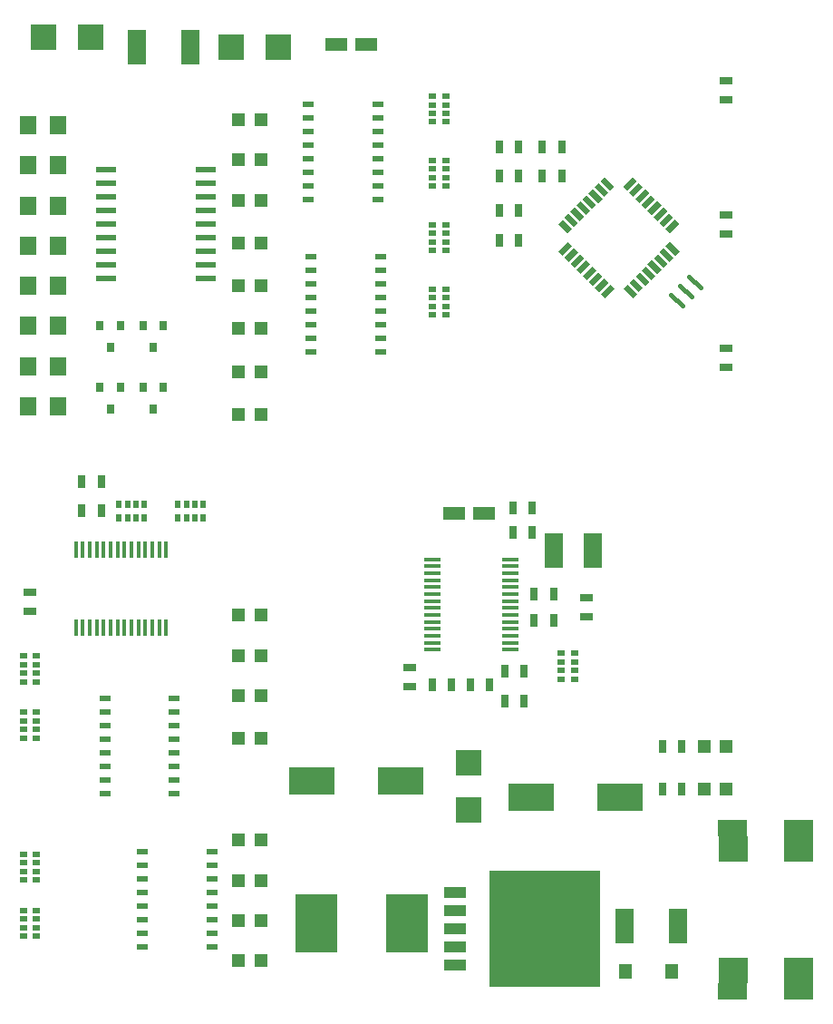
<source format=gbr>
G04 EAGLE Gerber RS-274X export*
G75*
%MOMM*%
%FSLAX34Y34*%
%LPD*%
%INSolderpaste Top*%
%IPPOS*%
%AMOC8*
5,1,8,0,0,1.08239X$1,22.5*%
G01*
%ADD10R,1.200000X1.200000*%
%ADD11R,1.270000X1.470000*%
%ADD12R,0.800000X1.200000*%
%ADD13R,1.780000X3.200000*%
%ADD14R,2.800000X2.400000*%
%ADD15R,2.799081X1.485900*%
%ADD16R,1.200000X0.800000*%
%ADD17R,1.500000X0.400000*%
%ADD18R,1.700000X3.300000*%
%ADD19R,2.000000X1.200000*%
%ADD20R,1.270000X0.558800*%
%ADD21R,0.558800X1.270000*%
%ADD22C,0.450000*%
%ADD23R,4.300000X2.500000*%
%ADD24R,4.000000X5.500000*%
%ADD25R,10.410000X10.800000*%
%ADD26R,2.159000X1.066800*%
%ADD27R,2.400000X2.400000*%
%ADD28R,1.000000X0.500000*%
%ADD29R,0.400000X1.500000*%
%ADD30R,0.650000X0.500000*%
%ADD31R,0.500000X0.650000*%
%ADD32R,1.600000X1.800000*%
%ADD33R,1.981200X0.558800*%
%ADD34R,0.802000X0.972000*%


D10*
X753000Y212500D03*
X732000Y212500D03*
D11*
X701500Y42500D03*
X658500Y42500D03*
D12*
X711500Y212500D03*
X693500Y212500D03*
D13*
X657600Y85000D03*
X707400Y85000D03*
D14*
X820000Y43000D03*
X820000Y157000D03*
X759000Y43000D03*
X759000Y157000D03*
D15*
X820000Y176391D03*
X758989Y176416D03*
X758989Y23610D03*
X820000Y23610D03*
D16*
X752500Y624000D03*
X752500Y606000D03*
X752500Y749000D03*
X752500Y731000D03*
X752500Y874000D03*
X752500Y856000D03*
D17*
X478750Y427250D03*
X478750Y420750D03*
X478750Y414250D03*
X478750Y407750D03*
X478750Y401250D03*
X478750Y394750D03*
X478750Y388250D03*
X478750Y381750D03*
X478750Y375250D03*
X478750Y368750D03*
X478750Y362250D03*
X478750Y355750D03*
X478750Y349250D03*
X478750Y342750D03*
X551250Y342750D03*
X551250Y349250D03*
X551250Y355750D03*
X551250Y362250D03*
X551250Y368750D03*
X551250Y375250D03*
X551250Y381750D03*
X551250Y388250D03*
X551250Y394750D03*
X551250Y401250D03*
X551250Y407750D03*
X551250Y414250D03*
X551250Y420750D03*
X551250Y427250D03*
D12*
X496500Y310000D03*
X478500Y310000D03*
D16*
X457500Y326500D03*
X457500Y308500D03*
D12*
X513500Y310000D03*
X531500Y310000D03*
D18*
X591500Y435000D03*
X628500Y435000D03*
D12*
X573500Y370000D03*
X591500Y370000D03*
X573500Y395000D03*
X591500Y395000D03*
X564000Y322500D03*
X546000Y322500D03*
D16*
X622500Y391500D03*
X622500Y373500D03*
D12*
X564000Y295000D03*
X546000Y295000D03*
D19*
X498500Y470000D03*
X526500Y470000D03*
D12*
X571500Y475000D03*
X553500Y475000D03*
X571500Y452500D03*
X553500Y452500D03*
X559000Y812500D03*
X541000Y812500D03*
X541000Y785000D03*
X559000Y785000D03*
X581000Y785000D03*
X599000Y785000D03*
X693500Y252500D03*
X711500Y252500D03*
D10*
X753000Y252500D03*
X732000Y252500D03*
D20*
G36*
X660540Y683813D02*
X669519Y674834D01*
X665568Y670883D01*
X656589Y679862D01*
X660540Y683813D01*
G37*
G36*
X666197Y689470D02*
X675176Y680491D01*
X671225Y676540D01*
X662246Y685519D01*
X666197Y689470D01*
G37*
G36*
X671854Y695126D02*
X680833Y686147D01*
X676882Y682196D01*
X667903Y691175D01*
X671854Y695126D01*
G37*
G36*
X677511Y700783D02*
X686490Y691804D01*
X682539Y687853D01*
X673560Y696832D01*
X677511Y700783D01*
G37*
G36*
X683168Y706440D02*
X692147Y697461D01*
X688196Y693510D01*
X679217Y702489D01*
X683168Y706440D01*
G37*
G36*
X688825Y712097D02*
X697804Y703118D01*
X693853Y699167D01*
X684874Y708146D01*
X688825Y712097D01*
G37*
G36*
X694481Y717754D02*
X703460Y708775D01*
X699509Y704824D01*
X690530Y713803D01*
X694481Y717754D01*
G37*
G36*
X700138Y723411D02*
X709117Y714432D01*
X705166Y710481D01*
X696187Y719460D01*
X700138Y723411D01*
G37*
D21*
G36*
X705166Y744519D02*
X709117Y740568D01*
X700138Y731589D01*
X696187Y735540D01*
X705166Y744519D01*
G37*
G36*
X699509Y750176D02*
X703460Y746225D01*
X694481Y737246D01*
X690530Y741197D01*
X699509Y750176D01*
G37*
G36*
X693853Y755833D02*
X697804Y751882D01*
X688825Y742903D01*
X684874Y746854D01*
X693853Y755833D01*
G37*
G36*
X688196Y761490D02*
X692147Y757539D01*
X683168Y748560D01*
X679217Y752511D01*
X688196Y761490D01*
G37*
G36*
X682539Y767147D02*
X686490Y763196D01*
X677511Y754217D01*
X673560Y758168D01*
X682539Y767147D01*
G37*
G36*
X676882Y772804D02*
X680833Y768853D01*
X671854Y759874D01*
X667903Y763825D01*
X676882Y772804D01*
G37*
G36*
X671225Y778460D02*
X675176Y774509D01*
X666197Y765530D01*
X662246Y769481D01*
X671225Y778460D01*
G37*
G36*
X665568Y784117D02*
X669519Y780166D01*
X660540Y771187D01*
X656589Y775138D01*
X665568Y784117D01*
G37*
D20*
G36*
X639432Y784117D02*
X648411Y775138D01*
X644460Y771187D01*
X635481Y780166D01*
X639432Y784117D01*
G37*
G36*
X633775Y778460D02*
X642754Y769481D01*
X638803Y765530D01*
X629824Y774509D01*
X633775Y778460D01*
G37*
G36*
X628118Y772804D02*
X637097Y763825D01*
X633146Y759874D01*
X624167Y768853D01*
X628118Y772804D01*
G37*
G36*
X622461Y767147D02*
X631440Y758168D01*
X627489Y754217D01*
X618510Y763196D01*
X622461Y767147D01*
G37*
G36*
X616804Y761490D02*
X625783Y752511D01*
X621832Y748560D01*
X612853Y757539D01*
X616804Y761490D01*
G37*
G36*
X611147Y755833D02*
X620126Y746854D01*
X616175Y742903D01*
X607196Y751882D01*
X611147Y755833D01*
G37*
G36*
X605491Y750176D02*
X614470Y741197D01*
X610519Y737246D01*
X601540Y746225D01*
X605491Y750176D01*
G37*
G36*
X599834Y744519D02*
X608813Y735540D01*
X604862Y731589D01*
X595883Y740568D01*
X599834Y744519D01*
G37*
D21*
G36*
X604862Y723411D02*
X608813Y719460D01*
X599834Y710481D01*
X595883Y714432D01*
X604862Y723411D01*
G37*
G36*
X610519Y717754D02*
X614470Y713803D01*
X605491Y704824D01*
X601540Y708775D01*
X610519Y717754D01*
G37*
G36*
X616175Y712097D02*
X620126Y708146D01*
X611147Y699167D01*
X607196Y703118D01*
X616175Y712097D01*
G37*
G36*
X621832Y706440D02*
X625783Y702489D01*
X616804Y693510D01*
X612853Y697461D01*
X621832Y706440D01*
G37*
G36*
X627489Y700783D02*
X631440Y696832D01*
X622461Y687853D01*
X618510Y691804D01*
X627489Y700783D01*
G37*
G36*
X633146Y695126D02*
X637097Y691175D01*
X628118Y682196D01*
X624167Y686147D01*
X633146Y695126D01*
G37*
G36*
X638803Y689470D02*
X642754Y685519D01*
X633775Y676540D01*
X629824Y680491D01*
X638803Y689470D01*
G37*
G36*
X644460Y683813D02*
X648411Y679862D01*
X639432Y670883D01*
X635481Y674834D01*
X644460Y683813D01*
G37*
D12*
X581000Y812500D03*
X599000Y812500D03*
X559000Y752500D03*
X541000Y752500D03*
D22*
X701371Y674159D02*
X711659Y663871D01*
X720144Y672356D02*
X709856Y682644D01*
X718341Y691129D02*
X728629Y680841D01*
D12*
X559000Y725000D03*
X541000Y725000D03*
D23*
X366000Y220000D03*
X449000Y220000D03*
X654000Y205000D03*
X571000Y205000D03*
D24*
X370000Y87500D03*
X455000Y87500D03*
D25*
X582900Y82500D03*
D26*
X499588Y116536D03*
X499588Y99518D03*
X499588Y82500D03*
X499588Y65482D03*
X499588Y48464D03*
D27*
X512500Y237000D03*
X512500Y193000D03*
D10*
X318000Y375000D03*
X297000Y375000D03*
X318000Y337500D03*
X297000Y337500D03*
X318000Y300000D03*
X297000Y300000D03*
X318000Y260000D03*
X297000Y260000D03*
X318000Y165000D03*
X297000Y165000D03*
X318000Y127500D03*
X297000Y127500D03*
X318000Y90000D03*
X297000Y90000D03*
D28*
X172600Y296950D03*
X172600Y284250D03*
X172600Y271550D03*
X172600Y258850D03*
X172600Y246150D03*
X172600Y233450D03*
X172600Y220750D03*
X172600Y208050D03*
X237400Y208050D03*
X237400Y220750D03*
X237400Y233450D03*
X237400Y246150D03*
X237400Y258850D03*
X237400Y271550D03*
X237400Y284250D03*
X237400Y296950D03*
X207600Y154450D03*
X207600Y141750D03*
X207600Y129050D03*
X207600Y116350D03*
X207600Y103650D03*
X207600Y90950D03*
X207600Y78250D03*
X207600Y65550D03*
X272400Y65550D03*
X272400Y78250D03*
X272400Y90950D03*
X272400Y103650D03*
X272400Y116350D03*
X272400Y129050D03*
X272400Y141750D03*
X272400Y154450D03*
D10*
X318000Y52500D03*
X297000Y52500D03*
D29*
X229750Y436250D03*
X223250Y436250D03*
X216750Y436250D03*
X210250Y436250D03*
X203750Y436250D03*
X197250Y436250D03*
X190750Y436250D03*
X184250Y436250D03*
X177750Y436250D03*
X171250Y436250D03*
X164750Y436250D03*
X158250Y436250D03*
X151750Y436250D03*
X145250Y436250D03*
X145250Y363750D03*
X151750Y363750D03*
X158250Y363750D03*
X164750Y363750D03*
X171250Y363750D03*
X177750Y363750D03*
X184250Y363750D03*
X190750Y363750D03*
X197250Y363750D03*
X203750Y363750D03*
X210250Y363750D03*
X216750Y363750D03*
X223250Y363750D03*
X229750Y363750D03*
D28*
X362600Y851950D03*
X362600Y839250D03*
X362600Y826550D03*
X362600Y813850D03*
X362600Y801150D03*
X362600Y788450D03*
X362600Y775750D03*
X362600Y763050D03*
X427400Y763050D03*
X427400Y775750D03*
X427400Y788450D03*
X427400Y801150D03*
X427400Y813850D03*
X427400Y826550D03*
X427400Y839250D03*
X427400Y851950D03*
D12*
X151000Y500000D03*
X169000Y500000D03*
X151000Y472500D03*
X169000Y472500D03*
D30*
X96250Y284500D03*
X96250Y276500D03*
X96250Y268500D03*
X96250Y260500D03*
X108750Y260500D03*
X108750Y268500D03*
X108750Y276500D03*
X108750Y284500D03*
X96250Y337000D03*
X96250Y329000D03*
X96250Y321000D03*
X96250Y313000D03*
X108750Y313000D03*
X108750Y321000D03*
X108750Y329000D03*
X108750Y337000D03*
X96250Y99500D03*
X96250Y91500D03*
X96250Y83500D03*
X96250Y75500D03*
X108750Y75500D03*
X108750Y83500D03*
X108750Y91500D03*
X108750Y99500D03*
X96250Y152000D03*
X96250Y144000D03*
X96250Y136000D03*
X96250Y128000D03*
X108750Y128000D03*
X108750Y136000D03*
X108750Y144000D03*
X108750Y152000D03*
X598750Y339500D03*
X598750Y331500D03*
X598750Y323500D03*
X598750Y315500D03*
X611250Y315500D03*
X611250Y323500D03*
X611250Y331500D03*
X611250Y339500D03*
D31*
X209500Y478750D03*
X201500Y478750D03*
X193500Y478750D03*
X185500Y478750D03*
X185500Y466250D03*
X193500Y466250D03*
X201500Y466250D03*
X209500Y466250D03*
D30*
X478750Y799500D03*
X478750Y791500D03*
X478750Y783500D03*
X478750Y775500D03*
X491250Y775500D03*
X491250Y783500D03*
X491250Y791500D03*
X491250Y799500D03*
X478750Y859500D03*
X478750Y851500D03*
X478750Y843500D03*
X478750Y835500D03*
X491250Y835500D03*
X491250Y843500D03*
X491250Y851500D03*
X491250Y859500D03*
D16*
X102500Y396500D03*
X102500Y378500D03*
D10*
X297000Y837500D03*
X318000Y837500D03*
X297000Y800000D03*
X318000Y800000D03*
X297000Y762500D03*
X318000Y762500D03*
X297000Y722500D03*
X318000Y722500D03*
D27*
X159500Y915000D03*
X115500Y915000D03*
X290500Y905000D03*
X334500Y905000D03*
D13*
X252400Y905000D03*
X202600Y905000D03*
D32*
X101000Y570000D03*
X129000Y570000D03*
X101000Y607500D03*
X129000Y607500D03*
X101000Y645000D03*
X129000Y645000D03*
X101000Y682500D03*
X129000Y682500D03*
D19*
X416500Y907500D03*
X388500Y907500D03*
D33*
X266736Y689200D03*
X266736Y701900D03*
X266736Y714600D03*
X266736Y727300D03*
X266736Y740000D03*
X266736Y752700D03*
X266736Y765400D03*
X266736Y778100D03*
X266736Y790800D03*
X173264Y790800D03*
X173264Y778100D03*
X173264Y765400D03*
X173264Y752700D03*
X173264Y740000D03*
X173264Y727300D03*
X173264Y714600D03*
X173264Y701900D03*
X173264Y689200D03*
D32*
X101000Y720000D03*
X129000Y720000D03*
X101000Y757500D03*
X129000Y757500D03*
X101000Y795000D03*
X129000Y795000D03*
X101000Y832500D03*
X129000Y832500D03*
D28*
X365100Y709450D03*
X365100Y696750D03*
X365100Y684050D03*
X365100Y671350D03*
X365100Y658650D03*
X365100Y645950D03*
X365100Y633250D03*
X365100Y620550D03*
X429900Y620550D03*
X429900Y633250D03*
X429900Y645950D03*
X429900Y658650D03*
X429900Y671350D03*
X429900Y684050D03*
X429900Y696750D03*
X429900Y709450D03*
D31*
X264500Y478750D03*
X256500Y478750D03*
X248500Y478750D03*
X240500Y478750D03*
X240500Y466250D03*
X248500Y466250D03*
X256500Y466250D03*
X264500Y466250D03*
D30*
X478750Y739500D03*
X478750Y731500D03*
X478750Y723500D03*
X478750Y715500D03*
X491250Y715500D03*
X491250Y723500D03*
X491250Y731500D03*
X491250Y739500D03*
X478750Y679500D03*
X478750Y671500D03*
X478750Y663500D03*
X478750Y655500D03*
X491250Y655500D03*
X491250Y663500D03*
X491250Y671500D03*
X491250Y679500D03*
D10*
X297000Y682500D03*
X318000Y682500D03*
X297000Y642500D03*
X318000Y642500D03*
X297000Y602500D03*
X318000Y602500D03*
X297000Y562500D03*
X318000Y562500D03*
D34*
X217500Y567500D03*
X208000Y587500D03*
X227000Y587500D03*
X177500Y567500D03*
X168000Y587500D03*
X187000Y587500D03*
X217500Y625000D03*
X208000Y645000D03*
X227000Y645000D03*
X177500Y625000D03*
X168000Y645000D03*
X187000Y645000D03*
M02*

</source>
